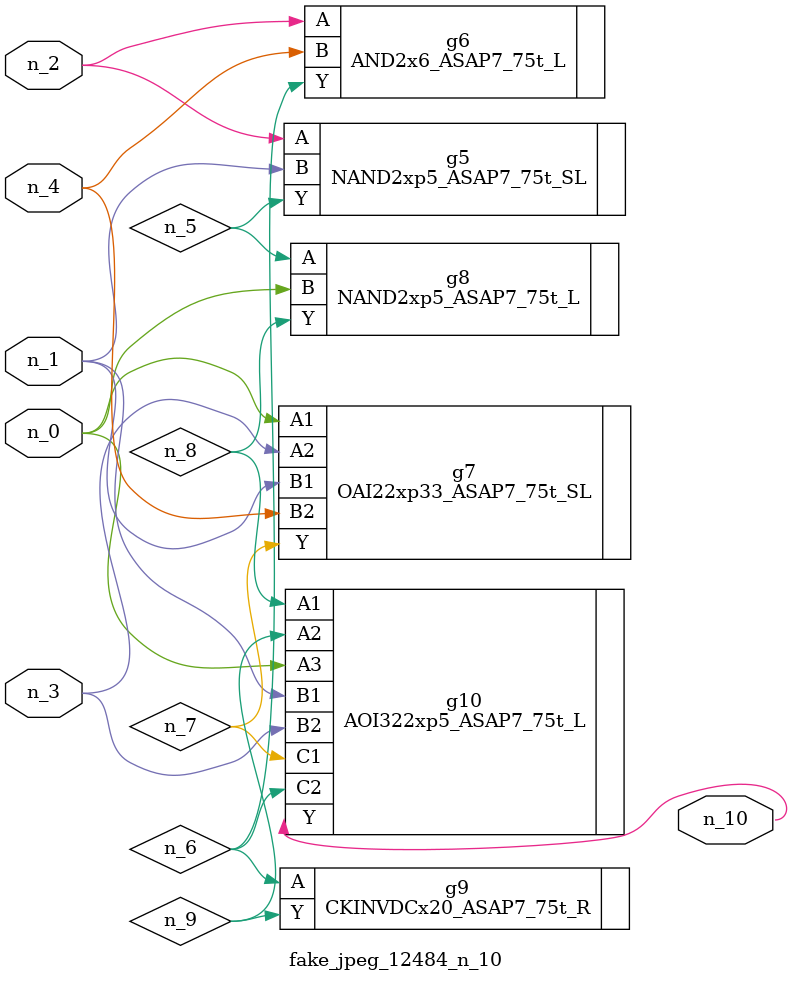
<source format=v>
module fake_jpeg_12484_n_10 (n_3, n_2, n_1, n_0, n_4, n_10);

input n_3;
input n_2;
input n_1;
input n_0;
input n_4;

output n_10;

wire n_8;
wire n_9;
wire n_6;
wire n_5;
wire n_7;

NAND2xp5_ASAP7_75t_SL g5 ( 
.A(n_2),
.B(n_1),
.Y(n_5)
);

AND2x6_ASAP7_75t_L g6 ( 
.A(n_2),
.B(n_4),
.Y(n_6)
);

OAI22xp33_ASAP7_75t_SL g7 ( 
.A1(n_0),
.A2(n_3),
.B1(n_1),
.B2(n_4),
.Y(n_7)
);

NAND2xp5_ASAP7_75t_L g8 ( 
.A(n_5),
.B(n_0),
.Y(n_8)
);

AOI322xp5_ASAP7_75t_L g10 ( 
.A1(n_8),
.A2(n_9),
.A3(n_0),
.B1(n_1),
.B2(n_3),
.C1(n_7),
.C2(n_6),
.Y(n_10)
);

CKINVDCx20_ASAP7_75t_R g9 ( 
.A(n_6),
.Y(n_9)
);


endmodule
</source>
